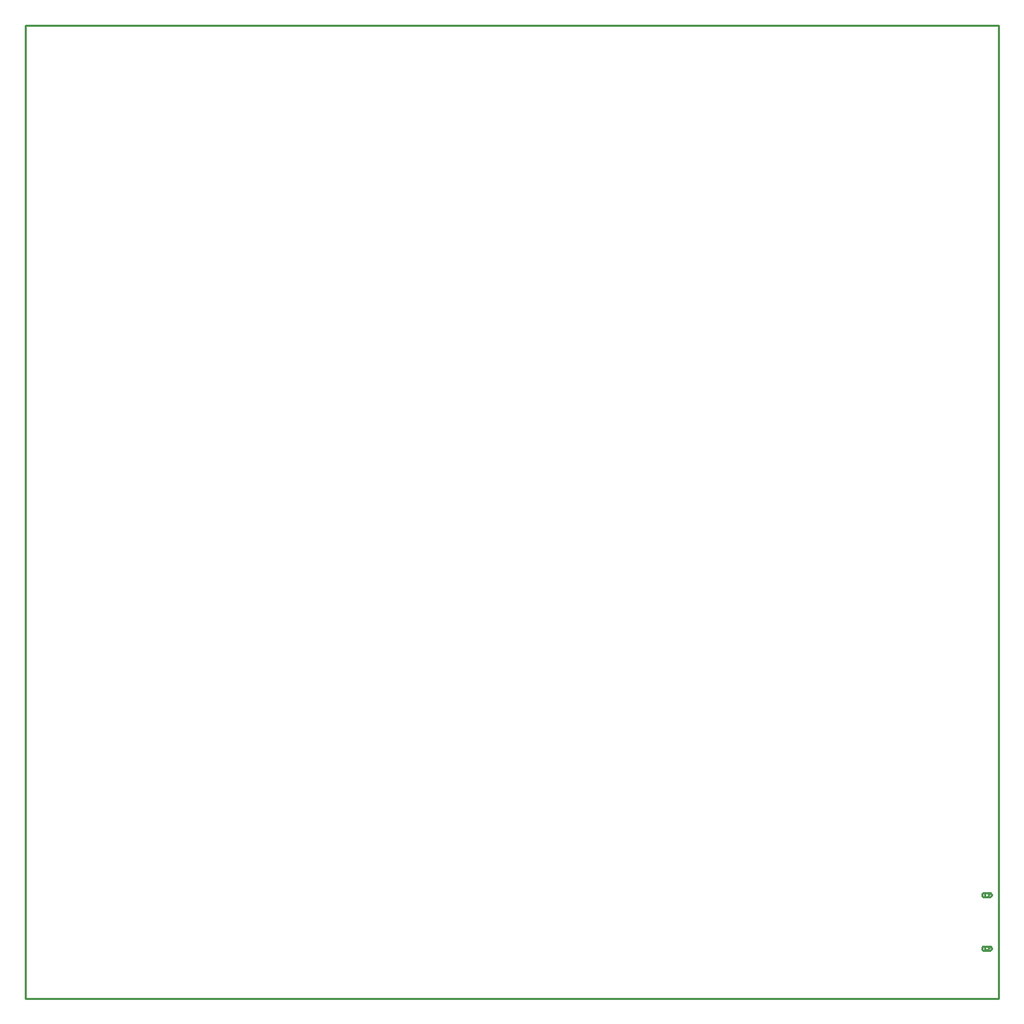
<source format=gbr>
G04 EAGLE Gerber RS-274X export*
G75*
%MOMM*%
%FSLAX34Y34*%
%LPD*%
%IN*%
%IPPOS*%
%AMOC8*
5,1,8,0,0,1.08239X$1,22.5*%
G01*
%ADD10C,0.254000*%


D10*
X0Y0D02*
X1200000Y0D01*
X1200000Y1200000D01*
X0Y1200000D01*
X0Y0D01*
X1179000Y128000D02*
X1179010Y127782D01*
X1179038Y127566D01*
X1179085Y127353D01*
X1179151Y127145D01*
X1179234Y126943D01*
X1179335Y126750D01*
X1179452Y126566D01*
X1179585Y126393D01*
X1179732Y126232D01*
X1179893Y126085D01*
X1180066Y125952D01*
X1180250Y125835D01*
X1180443Y125734D01*
X1180645Y125651D01*
X1180853Y125585D01*
X1181066Y125538D01*
X1181282Y125510D01*
X1181500Y125500D01*
X1188500Y125500D01*
X1188718Y125510D01*
X1188934Y125538D01*
X1189147Y125585D01*
X1189355Y125651D01*
X1189557Y125734D01*
X1189750Y125835D01*
X1189934Y125952D01*
X1190107Y126085D01*
X1190268Y126232D01*
X1190415Y126393D01*
X1190548Y126566D01*
X1190665Y126750D01*
X1190766Y126943D01*
X1190849Y127145D01*
X1190915Y127353D01*
X1190962Y127566D01*
X1190991Y127782D01*
X1191000Y128000D01*
X1190991Y128218D01*
X1190962Y128434D01*
X1190915Y128647D01*
X1190849Y128855D01*
X1190766Y129057D01*
X1190665Y129250D01*
X1190548Y129434D01*
X1190415Y129607D01*
X1190268Y129768D01*
X1190107Y129915D01*
X1189934Y130048D01*
X1189750Y130165D01*
X1189557Y130266D01*
X1189355Y130349D01*
X1189147Y130415D01*
X1188934Y130462D01*
X1188718Y130491D01*
X1188500Y130500D01*
X1181500Y130500D01*
X1181282Y130491D01*
X1181066Y130462D01*
X1180853Y130415D01*
X1180645Y130349D01*
X1180443Y130266D01*
X1180250Y130165D01*
X1180066Y130048D01*
X1179893Y129915D01*
X1179732Y129768D01*
X1179585Y129607D01*
X1179452Y129434D01*
X1179335Y129250D01*
X1179234Y129057D01*
X1179151Y128855D01*
X1179085Y128647D01*
X1179038Y128434D01*
X1179010Y128218D01*
X1179000Y128000D01*
X1179000Y62000D02*
X1179010Y61782D01*
X1179038Y61566D01*
X1179085Y61353D01*
X1179151Y61145D01*
X1179234Y60943D01*
X1179335Y60750D01*
X1179452Y60566D01*
X1179585Y60393D01*
X1179732Y60232D01*
X1179893Y60085D01*
X1180066Y59952D01*
X1180250Y59835D01*
X1180443Y59734D01*
X1180645Y59651D01*
X1180853Y59585D01*
X1181066Y59538D01*
X1181282Y59510D01*
X1181500Y59500D01*
X1188500Y59500D01*
X1188718Y59510D01*
X1188934Y59538D01*
X1189147Y59585D01*
X1189355Y59651D01*
X1189557Y59734D01*
X1189750Y59835D01*
X1189934Y59952D01*
X1190107Y60085D01*
X1190268Y60232D01*
X1190415Y60393D01*
X1190548Y60566D01*
X1190665Y60750D01*
X1190766Y60943D01*
X1190849Y61145D01*
X1190915Y61353D01*
X1190962Y61566D01*
X1190991Y61782D01*
X1191000Y62000D01*
X1190991Y62218D01*
X1190962Y62434D01*
X1190915Y62647D01*
X1190849Y62855D01*
X1190766Y63057D01*
X1190665Y63250D01*
X1190548Y63434D01*
X1190415Y63607D01*
X1190268Y63768D01*
X1190107Y63915D01*
X1189934Y64048D01*
X1189750Y64165D01*
X1189557Y64266D01*
X1189355Y64349D01*
X1189147Y64415D01*
X1188934Y64462D01*
X1188718Y64491D01*
X1188500Y64500D01*
X1181500Y64500D01*
X1181282Y64491D01*
X1181066Y64462D01*
X1180853Y64415D01*
X1180645Y64349D01*
X1180443Y64266D01*
X1180250Y64165D01*
X1180066Y64048D01*
X1179893Y63915D01*
X1179732Y63768D01*
X1179585Y63607D01*
X1179452Y63434D01*
X1179335Y63250D01*
X1179234Y63057D01*
X1179151Y62855D01*
X1179085Y62647D01*
X1179038Y62434D01*
X1179010Y62218D01*
X1179000Y62000D01*
X1185197Y64500D02*
X1185585Y64438D01*
X1185960Y64317D01*
X1186310Y64138D01*
X1186629Y63907D01*
X1186907Y63629D01*
X1187138Y63310D01*
X1187317Y62960D01*
X1187438Y62585D01*
X1187500Y62197D01*
X1187500Y61803D01*
X1187438Y61415D01*
X1187317Y61040D01*
X1187138Y60690D01*
X1186907Y60371D01*
X1186629Y60093D01*
X1186310Y59862D01*
X1185960Y59683D01*
X1185585Y59562D01*
X1185197Y59500D01*
X1184803Y59500D01*
X1184415Y59562D01*
X1184040Y59683D01*
X1183690Y59862D01*
X1183371Y60093D01*
X1183093Y60371D01*
X1182862Y60690D01*
X1182683Y61040D01*
X1182562Y61415D01*
X1182500Y61803D01*
X1182500Y62197D01*
X1182562Y62585D01*
X1182683Y62960D01*
X1182862Y63310D01*
X1183093Y63629D01*
X1183371Y63907D01*
X1183690Y64138D01*
X1184040Y64317D01*
X1184415Y64438D01*
X1184803Y64500D01*
X1185197Y64500D01*
X1185197Y130500D02*
X1185585Y130438D01*
X1185960Y130317D01*
X1186310Y130138D01*
X1186629Y129907D01*
X1186907Y129629D01*
X1187138Y129310D01*
X1187317Y128960D01*
X1187438Y128585D01*
X1187500Y128197D01*
X1187500Y127803D01*
X1187438Y127415D01*
X1187317Y127040D01*
X1187138Y126690D01*
X1186907Y126371D01*
X1186629Y126093D01*
X1186310Y125862D01*
X1185960Y125683D01*
X1185585Y125562D01*
X1185197Y125500D01*
X1184803Y125500D01*
X1184415Y125562D01*
X1184040Y125683D01*
X1183690Y125862D01*
X1183371Y126093D01*
X1183093Y126371D01*
X1182862Y126690D01*
X1182683Y127040D01*
X1182562Y127415D01*
X1182500Y127803D01*
X1182500Y128197D01*
X1182562Y128585D01*
X1182683Y128960D01*
X1182862Y129310D01*
X1183093Y129629D01*
X1183371Y129907D01*
X1183690Y130138D01*
X1184040Y130317D01*
X1184415Y130438D01*
X1184803Y130500D01*
X1185197Y130500D01*
M02*

</source>
